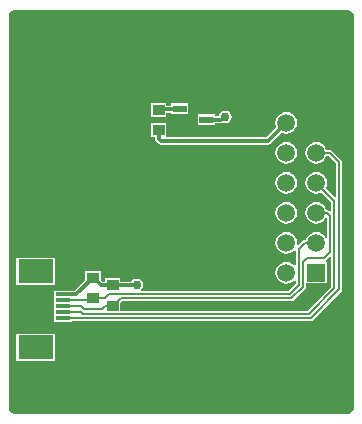
<source format=gtl>
G04*
G04 #@! TF.GenerationSoftware,Altium Limited,Altium Designer,20.2.5 (213)*
G04*
G04 Layer_Physical_Order=1*
G04 Layer_Color=255*
%FSLAX25Y25*%
%MOIN*%
G70*
G04*
G04 #@! TF.SameCoordinates,30BD3B00-C382-4E22-9566-45DB6D5F9054*
G04*
G04*
G04 #@! TF.FilePolarity,Positive*
G04*
G01*
G75*
%ADD20R,0.03937X0.03543*%
%ADD21R,0.04921X0.01181*%
%ADD22R,0.11811X0.07874*%
%ADD23R,0.04528X0.02362*%
%ADD24C,0.01200*%
%ADD25C,0.00800*%
%ADD26C,0.05906*%
%ADD27R,0.05906X0.05906*%
%ADD28C,0.13780*%
%ADD29C,0.03000*%
G36*
X89285Y126331D02*
X89723Y126149D01*
X90118Y125886D01*
X90453Y125550D01*
X90716Y125156D01*
X90898Y124718D01*
X90990Y124253D01*
Y124016D01*
Y-5906D01*
Y-6143D01*
X90898Y-6608D01*
X90716Y-7046D01*
X90453Y-7440D01*
X90118Y-7776D01*
X89723Y-8039D01*
X89285Y-8221D01*
X88820Y-8313D01*
X-21891D01*
X-22356Y-8221D01*
X-22794Y-8039D01*
X-23188Y-7776D01*
X-23524Y-7440D01*
X-23787Y-7046D01*
X-23969Y-6608D01*
X-24061Y-6143D01*
Y-5906D01*
Y124016D01*
Y124253D01*
X-23969Y124718D01*
X-23787Y125156D01*
X-23524Y125550D01*
X-23188Y125886D01*
X-22794Y126149D01*
X-22356Y126331D01*
X-21891Y126423D01*
X88820D01*
X89285Y126331D01*
D02*
G37*
%LPC*%
G36*
X28509Y95431D02*
X23372D01*
Y90687D01*
X28509D01*
Y92032D01*
X30148D01*
Y91672D01*
X35876D01*
Y95234D01*
X30148D01*
Y94479D01*
X28509D01*
Y95431D01*
D02*
G37*
G36*
X48094Y92795D02*
X47275Y92632D01*
X46580Y92168D01*
X46116Y91473D01*
X46010Y90936D01*
X44734D01*
Y91494D01*
X39006D01*
Y87932D01*
X44734D01*
Y88489D01*
X46666D01*
X47135Y88582D01*
X47275Y88676D01*
X47275Y88675D01*
X48094Y88512D01*
X48914Y88675D01*
X49608Y89139D01*
X50073Y89834D01*
X50236Y90654D01*
X50073Y91473D01*
X49608Y92168D01*
X48914Y92632D01*
X48094Y92795D01*
D02*
G37*
G36*
X68441Y92296D02*
X67514Y92174D01*
X66649Y91816D01*
X65907Y91246D01*
X65338Y90504D01*
X64980Y89640D01*
X64858Y88713D01*
X64980Y87785D01*
X65215Y87217D01*
X61875Y83877D01*
X28961D01*
X28509Y83995D01*
Y88738D01*
X23372D01*
Y83995D01*
X24717D01*
Y83356D01*
X24811Y82888D01*
X25076Y82491D01*
X25779Y81788D01*
X26176Y81523D01*
X26644Y81430D01*
X62382D01*
X62850Y81523D01*
X63247Y81788D01*
X66945Y85487D01*
X67514Y85251D01*
X68441Y85129D01*
X69368Y85251D01*
X70233Y85609D01*
X70975Y86179D01*
X71544Y86921D01*
X71902Y87785D01*
X72024Y88713D01*
X71902Y89640D01*
X71544Y90504D01*
X70975Y91246D01*
X70233Y91816D01*
X69368Y92174D01*
X68441Y92296D01*
D02*
G37*
G36*
Y82296D02*
X67514Y82174D01*
X66649Y81816D01*
X65907Y81247D01*
X65338Y80504D01*
X64980Y79640D01*
X64858Y78713D01*
X64980Y77785D01*
X65338Y76921D01*
X65907Y76179D01*
X66649Y75609D01*
X67514Y75251D01*
X68441Y75129D01*
X69368Y75251D01*
X70233Y75609D01*
X70975Y76179D01*
X71544Y76921D01*
X71902Y77785D01*
X72024Y78713D01*
X71902Y79640D01*
X71544Y80504D01*
X70975Y81247D01*
X70233Y81816D01*
X69368Y82174D01*
X68441Y82296D01*
D02*
G37*
G36*
Y72296D02*
X67514Y72174D01*
X66649Y71816D01*
X65907Y71246D01*
X65338Y70504D01*
X64980Y69640D01*
X64858Y68713D01*
X64980Y67785D01*
X65338Y66921D01*
X65907Y66179D01*
X66649Y65609D01*
X67514Y65251D01*
X68441Y65129D01*
X69368Y65251D01*
X70233Y65609D01*
X70975Y66179D01*
X71544Y66921D01*
X71902Y67785D01*
X72024Y68713D01*
X71902Y69640D01*
X71544Y70504D01*
X70975Y71246D01*
X70233Y71816D01*
X69368Y72174D01*
X68441Y72296D01*
D02*
G37*
G36*
X78441Y82296D02*
X77513Y82174D01*
X76649Y81816D01*
X75907Y81247D01*
X75338Y80504D01*
X74980Y79640D01*
X74857Y78713D01*
X74980Y77785D01*
X75338Y76921D01*
X75907Y76179D01*
X76649Y75609D01*
X77513Y75251D01*
X78441Y75129D01*
X79368Y75251D01*
X80233Y75609D01*
X80975Y76179D01*
X81544Y76921D01*
X81840Y77634D01*
X82672D01*
X85075Y75231D01*
Y64174D01*
X84613Y63982D01*
X81582Y67013D01*
X81902Y67785D01*
X82024Y68713D01*
X81902Y69640D01*
X81544Y70504D01*
X80975Y71246D01*
X80233Y71816D01*
X79368Y72174D01*
X78441Y72296D01*
X77513Y72174D01*
X76649Y71816D01*
X75907Y71246D01*
X75338Y70504D01*
X74980Y69640D01*
X74857Y68713D01*
X74980Y67785D01*
X75338Y66921D01*
X75907Y66179D01*
X76649Y65609D01*
X77513Y65251D01*
X78441Y65129D01*
X79368Y65251D01*
X80141Y65571D01*
X83475Y62237D01*
Y59368D01*
X83013Y59177D01*
X82815Y59374D01*
X82485Y59596D01*
X82095Y59673D01*
X81889D01*
X81544Y60504D01*
X80975Y61247D01*
X80233Y61816D01*
X79368Y62174D01*
X78441Y62296D01*
X77513Y62174D01*
X76649Y61816D01*
X75907Y61247D01*
X75338Y60504D01*
X74980Y59640D01*
X74857Y58713D01*
X74980Y57785D01*
X75338Y56921D01*
X75907Y56179D01*
X76649Y55609D01*
X77513Y55251D01*
X78441Y55129D01*
X79368Y55251D01*
X80233Y55609D01*
X80975Y56179D01*
X81544Y56921D01*
X81575Y56995D01*
X82075Y56895D01*
Y50530D01*
X81575Y50430D01*
X81544Y50504D01*
X80975Y51247D01*
X80233Y51816D01*
X79368Y52174D01*
X78441Y52296D01*
X77513Y52174D01*
X76649Y51816D01*
X75907Y51247D01*
X75338Y50504D01*
X74993Y49673D01*
X74594D01*
X74204Y49595D01*
X73874Y49374D01*
X72425Y47926D01*
X71952Y48160D01*
X72024Y48713D01*
X71902Y49640D01*
X71544Y50504D01*
X70975Y51247D01*
X70233Y51816D01*
X69368Y52174D01*
X68441Y52296D01*
X67514Y52174D01*
X66649Y51816D01*
X65907Y51247D01*
X65338Y50504D01*
X64980Y49640D01*
X64858Y48713D01*
X64980Y47785D01*
X65338Y46921D01*
X65907Y46179D01*
X66649Y45609D01*
X67514Y45251D01*
X68441Y45129D01*
X69368Y45251D01*
X70233Y45609D01*
X70975Y46179D01*
X71075Y46309D01*
X71575Y46139D01*
Y41286D01*
X71075Y41116D01*
X70975Y41246D01*
X70233Y41816D01*
X69368Y42174D01*
X68441Y42296D01*
X67514Y42174D01*
X66649Y41816D01*
X65907Y41246D01*
X65338Y40504D01*
X64980Y39640D01*
X64858Y38713D01*
X64980Y37785D01*
X65338Y36921D01*
X65907Y36179D01*
X66649Y35609D01*
X67514Y35251D01*
X68441Y35129D01*
X69368Y35251D01*
X70233Y35609D01*
X70975Y36179D01*
X71075Y36309D01*
X71575Y36140D01*
Y35076D01*
X69172Y32673D01*
X20311D01*
X20170Y32998D01*
X20131Y33173D01*
X20573Y33834D01*
X20736Y34653D01*
X20573Y35473D01*
X20109Y36167D01*
X19414Y36632D01*
X18595Y36795D01*
X17775Y36632D01*
X17081Y36167D01*
X16835Y35800D01*
X13163D01*
Y36872D01*
X8026D01*
Y35724D01*
X7298D01*
X6663Y36359D01*
Y39372D01*
X1526D01*
Y36359D01*
X-2113Y32720D01*
X-5906D01*
X-6071Y32687D01*
X-8966D01*
Y30305D01*
Y26368D01*
Y22432D01*
X-2845D01*
Y22602D01*
X63563D01*
X63630Y22616D01*
X76576D01*
X76967Y22693D01*
X77297Y22915D01*
X86815Y32433D01*
X87037Y32763D01*
X87114Y33154D01*
Y75653D01*
X87037Y76044D01*
X86815Y76375D01*
X83815Y79374D01*
X83485Y79596D01*
X83095Y79673D01*
X81889D01*
X81544Y80504D01*
X80975Y81247D01*
X80233Y81816D01*
X79368Y82174D01*
X78441Y82296D01*
D02*
G37*
G36*
X68441Y62296D02*
X67514Y62174D01*
X66649Y61816D01*
X65907Y61247D01*
X65338Y60504D01*
X64980Y59640D01*
X64858Y58713D01*
X64980Y57785D01*
X65338Y56921D01*
X65907Y56179D01*
X66649Y55609D01*
X67514Y55251D01*
X68441Y55129D01*
X69368Y55251D01*
X70233Y55609D01*
X70975Y56179D01*
X71544Y56921D01*
X71902Y57785D01*
X72024Y58713D01*
X71902Y59640D01*
X71544Y60504D01*
X70975Y61247D01*
X70233Y61816D01*
X69368Y62174D01*
X68441Y62296D01*
D02*
G37*
G36*
X-8553Y43750D02*
X-21565D01*
Y34676D01*
X-8553D01*
Y43750D01*
D02*
G37*
G36*
Y18474D02*
X-21565D01*
Y9400D01*
X-8553D01*
Y18474D01*
D02*
G37*
%LPD*%
G36*
X83475Y43907D02*
Y33976D01*
X75554Y26055D01*
X13163D01*
Y28737D01*
X13660Y29234D01*
X70174D01*
X70565Y29312D01*
X70895Y29533D01*
X74715Y33353D01*
X74936Y33683D01*
X75014Y34074D01*
Y35160D01*
X81994D01*
Y42265D01*
X81680D01*
X81628Y42406D01*
X81597Y42765D01*
X81847Y42933D01*
X83013Y44099D01*
X83475Y43907D01*
D02*
G37*
D20*
X25941Y86366D02*
D03*
Y93059D02*
D03*
X4095Y30307D02*
D03*
Y37000D02*
D03*
X10594Y27807D02*
D03*
Y34500D02*
D03*
D21*
X-5906Y23622D02*
D03*
Y25591D02*
D03*
Y27559D02*
D03*
Y29528D02*
D03*
Y31496D02*
D03*
Y21654D02*
D03*
D22*
X-15059Y39213D02*
D03*
Y13937D02*
D03*
D23*
X33012Y93453D02*
D03*
Y85972D02*
D03*
X41870Y89713D02*
D03*
D24*
X25941Y83356D02*
Y86366D01*
X62382Y82653D02*
X68441Y88713D01*
X26644Y82653D02*
X62382D01*
X25941Y83356D02*
X26644Y82653D01*
X32815Y93256D02*
X33012Y93453D01*
X26138Y93256D02*
X32815D01*
X25941Y93059D02*
X26138Y93256D01*
X41870Y89713D02*
X46666D01*
X47607Y90654D01*
X48094D01*
X4095Y37000D02*
X4291D01*
X6791Y34500D01*
X10594D01*
X-5906Y31496D02*
X-1606D01*
X3898Y37000D01*
X4095D01*
X10594Y34500D02*
X10671Y34577D01*
X18518D01*
X18595Y34653D01*
D25*
X78441Y78713D02*
X78500Y78654D01*
X83095D01*
X86094Y33154D02*
Y75653D01*
X83095Y78654D02*
X86094Y75653D01*
X76576Y23635D02*
X86094Y33154D01*
X63576Y23635D02*
X76576D01*
X-5906Y23622D02*
X63563D01*
X63576Y23635D01*
X78441Y68713D02*
X84495Y62659D01*
Y33553D02*
Y62659D01*
X75976Y25035D02*
X84495Y33553D01*
X-5906Y25591D02*
X178D01*
X733Y25035D01*
X75976D01*
X78441Y58713D02*
X78500Y58653D01*
X82095D01*
X83095Y45622D02*
Y57653D01*
X82095Y58653D02*
X83095Y57653D01*
X75494Y43654D02*
X81126D01*
X83095Y45622D01*
X73994Y42153D02*
X75494Y43654D01*
X13238Y30253D02*
X70174D01*
X73994Y34074D01*
Y42153D01*
X10594Y27807D02*
X10791D01*
X13238Y30253D01*
X78382Y48654D02*
X78441Y48713D01*
X74594Y48654D02*
X78382D01*
X72594Y46654D02*
X74594Y48654D01*
X72594Y34653D02*
Y46654D01*
X69595Y31653D02*
X72594Y34653D01*
X9287Y31653D02*
X69595D01*
X4095Y30307D02*
X7940D01*
X9287Y31653D01*
X10441Y27654D02*
X10594Y27807D01*
X8095Y27654D02*
X10441D01*
X7095Y26654D02*
X8095Y27654D01*
X1094Y26654D02*
X7095D01*
X-5906Y27559D02*
X189D01*
X1094Y26654D01*
X-5906Y29528D02*
X3315D01*
X4095Y30307D01*
D26*
X68441Y88713D02*
D03*
X78441D02*
D03*
X68441Y78713D02*
D03*
X78441D02*
D03*
X68441Y68713D02*
D03*
X78441D02*
D03*
X68441Y58713D02*
D03*
X78441D02*
D03*
X68441Y48713D02*
D03*
X78441D02*
D03*
X68441Y38713D02*
D03*
D27*
X78441D02*
D03*
D28*
X78740Y0D02*
D03*
Y118110D02*
D03*
X0D02*
D03*
Y0D02*
D03*
D29*
X48094Y90654D02*
D03*
X18595Y34653D02*
D03*
M02*

</source>
